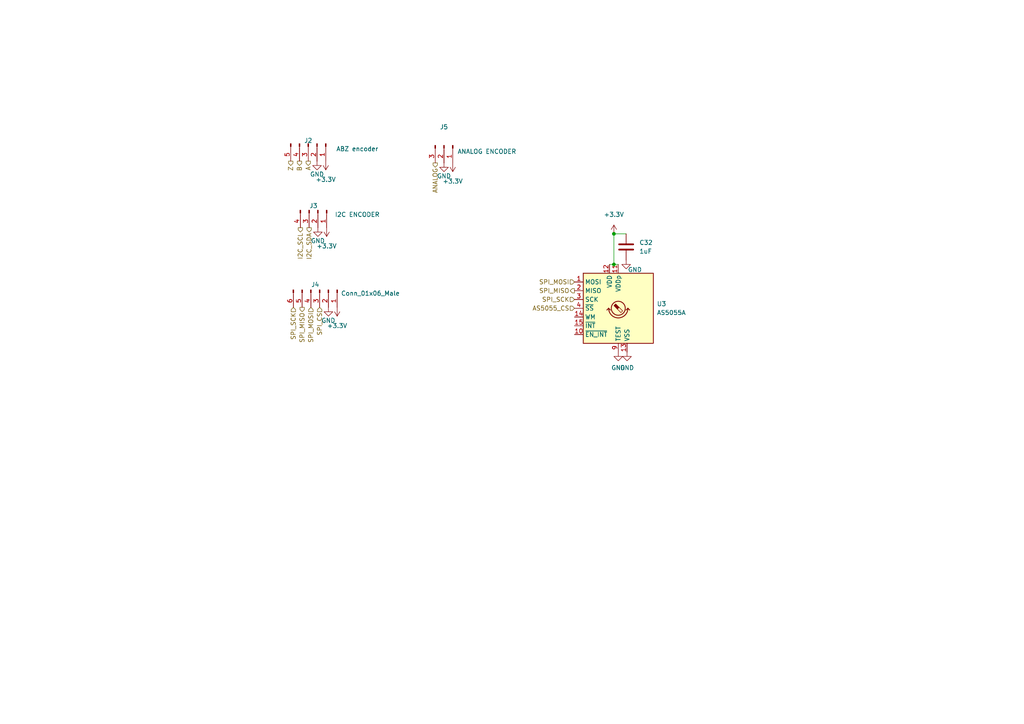
<source format=kicad_sch>
(kicad_sch (version 20211123) (generator eeschema)
  (paper "A4")
  (lib_symbols
    (symbol "Connector:Conn_01x03_Male" (pin_names (offset 1.016) hide)
      (property "Reference" "J" (at 0 5.08 0))
      (property "Value" "Conn_01x03_Male" (at 0 -5.08 0))
      (symbol "Conn_01x03_Male_1_1"
        (polyline (pts (xy 1.27 -2.54) (xy 0.8636 -2.54)) (stroke (width 0.1524)))
        (polyline (pts (xy 1.27 0) (xy 0.8636 0)) (stroke (width 0.1524)))
        (polyline (pts (xy 1.27 2.54) (xy 0.8636 2.54)) (stroke (width 0.1524)))
        (rectangle (start 0.8636 -2.413) (end 0 -2.667) (stroke (width 0.1524)) (fill (type outline)))
        (rectangle (start 0.8636 0.127) (end 0 -0.127) (stroke (width 0.1524)) (fill (type outline)))
        (rectangle (start 0.8636 2.667) (end 0 2.413) (stroke (width 0.1524)) (fill (type outline)))
        (pin passive line (at 5.08 2.54 180) (length 3.81) (name "Pin_1") (number "1"))
        (pin passive line (at 5.08 0 180) (length 3.81) (name "Pin_2") (number "2"))
        (pin passive line (at 5.08 -2.54 180) (length 3.81) (name "Pin_3") (number "3"))
      )
    )
    (symbol "Connector:Conn_01x04_Male" (pin_names (offset 1.016) hide)
      (property "Reference" "J" (at 0 5.08 0))
      (property "Value" "Conn_01x04_Male" (at 0 -7.62 0))
      (symbol "Conn_01x04_Male_1_1"
        (polyline (pts (xy 1.27 -5.08) (xy 0.8636 -5.08)) (stroke (width 0.1524)))
        (polyline (pts (xy 1.27 -2.54) (xy 0.8636 -2.54)) (stroke (width 0.1524)))
        (polyline (pts (xy 1.27 0) (xy 0.8636 0)) (stroke (width 0.1524)))
        (polyline (pts (xy 1.27 2.54) (xy 0.8636 2.54)) (stroke (width 0.1524)))
        (rectangle (start 0.8636 -4.953) (end 0 -5.207) (stroke (width 0.1524)) (fill (type outline)))
        (rectangle (start 0.8636 -2.413) (end 0 -2.667) (stroke (width 0.1524)) (fill (type outline)))
        (rectangle (start 0.8636 0.127) (end 0 -0.127) (stroke (width 0.1524)) (fill (type outline)))
        (rectangle (start 0.8636 2.667) (end 0 2.413) (stroke (width 0.1524)) (fill (type outline)))
        (pin passive line (at 5.08 2.54 180) (length 3.81) (name "Pin_1") (number "1"))
        (pin passive line (at 5.08 0 180) (length 3.81) (name "Pin_2") (number "2"))
        (pin passive line (at 5.08 -2.54 180) (length 3.81) (name "Pin_3") (number "3"))
        (pin passive line (at 5.08 -5.08 180) (length 3.81) (name "Pin_4") (number "4"))
      )
    )
    (symbol "Connector:Conn_01x05_Male" (pin_names (offset 1.016) hide)
      (property "Reference" "J" (at 0 7.62 0))
      (property "Value" "Conn_01x05_Male" (at 0 -7.62 0))
      (symbol "Conn_01x05_Male_1_1"
        (polyline (pts (xy 1.27 -5.08) (xy 0.8636 -5.08)) (stroke (width 0.1524)))
        (polyline (pts (xy 1.27 -2.54) (xy 0.8636 -2.54)) (stroke (width 0.1524)))
        (polyline (pts (xy 1.27 0) (xy 0.8636 0)) (stroke (width 0.1524)))
        (polyline (pts (xy 1.27 2.54) (xy 0.8636 2.54)) (stroke (width 0.1524)))
        (polyline (pts (xy 1.27 5.08) (xy 0.8636 5.08)) (stroke (width 0.1524)))
        (rectangle (start 0.8636 -4.953) (end 0 -5.207) (stroke (width 0.1524)) (fill (type outline)))
        (rectangle (start 0.8636 -2.413) (end 0 -2.667) (stroke (width 0.1524)) (fill (type outline)))
        (rectangle (start 0.8636 0.127) (end 0 -0.127) (stroke (width 0.1524)) (fill (type outline)))
        (rectangle (start 0.8636 2.667) (end 0 2.413) (stroke (width 0.1524)) (fill (type outline)))
        (rectangle (start 0.8636 5.207) (end 0 4.953) (stroke (width 0.1524)) (fill (type outline)))
        (pin passive line (at 5.08 5.08 180) (length 3.81) (name "Pin_1") (number "1"))
        (pin passive line (at 5.08 2.54 180) (length 3.81) (name "Pin_2") (number "2"))
        (pin passive line (at 5.08 0 180) (length 3.81) (name "Pin_3") (number "3"))
        (pin passive line (at 5.08 -2.54 180) (length 3.81) (name "Pin_4") (number "4"))
        (pin passive line (at 5.08 -5.08 180) (length 3.81) (name "Pin_5") (number "5"))
      )
    )
    (symbol "Connector:Conn_01x06_Male" (pin_names (offset 1.016) hide)
      (property "Reference" "J" (at 0 7.62 0))
      (property "Value" "Conn_01x06_Male" (at 0 -10.16 0))
      (symbol "Conn_01x06_Male_1_1"
        (polyline (pts (xy 1.27 -7.62) (xy 0.8636 -7.62)) (stroke (width 0.1524)))
        (polyline (pts (xy 1.27 -5.08) (xy 0.8636 -5.08)) (stroke (width 0.1524)))
        (polyline (pts (xy 1.27 -2.54) (xy 0.8636 -2.54)) (stroke (width 0.1524)))
        (polyline (pts (xy 1.27 0) (xy 0.8636 0)) (stroke (width 0.1524)))
        (polyline (pts (xy 1.27 2.54) (xy 0.8636 2.54)) (stroke (width 0.1524)))
        (polyline (pts (xy 1.27 5.08) (xy 0.8636 5.08)) (stroke (width 0.1524)))
        (rectangle (start 0.8636 -7.493) (end 0 -7.747) (stroke (width 0.1524)) (fill (type outline)))
        (rectangle (start 0.8636 -4.953) (end 0 -5.207) (stroke (width 0.1524)) (fill (type outline)))
        (rectangle (start 0.8636 -2.413) (end 0 -2.667) (stroke (width 0.1524)) (fill (type outline)))
        (rectangle (start 0.8636 0.127) (end 0 -0.127) (stroke (width 0.1524)) (fill (type outline)))
        (rectangle (start 0.8636 2.667) (end 0 2.413) (stroke (width 0.1524)) (fill (type outline)))
        (rectangle (start 0.8636 5.207) (end 0 4.953) (stroke (width 0.1524)) (fill (type outline)))
        (pin passive line (at 5.08 5.08 180) (length 3.81) (name "Pin_1") (number "1"))
        (pin passive line (at 5.08 2.54 180) (length 3.81) (name "Pin_2") (number "2"))
        (pin passive line (at 5.08 0 180) (length 3.81) (name "Pin_3") (number "3"))
        (pin passive line (at 5.08 -2.54 180) (length 3.81) (name "Pin_4") (number "4"))
        (pin passive line (at 5.08 -5.08 180) (length 3.81) (name "Pin_5") (number "5"))
        (pin passive line (at 5.08 -7.62 180) (length 3.81) (name "Pin_6") (number "6"))
      )
    )
    (symbol "Device:C" (pin_numbers hide) (pin_names (offset 0.254))
      (property "Reference" "C" (at 0.635 2.54 0))
      (property "Value" "C" (at 0.635 -2.54 0))
      (symbol "C_0_1"
        (polyline (pts (xy -2.032 -0.762) (xy 2.032 -0.762)) (stroke (width 0.508)))
        (polyline (pts (xy -2.032 0.762) (xy 2.032 0.762)) (stroke (width 0.508)))
      )
      (symbol "C_1_1"
        (pin passive line (at 0 3.81 270) (length 2.794) (name "~") (number "1"))
        (pin passive line (at 0 -3.81 90) (length 2.794) (name "~") (number "2"))
      )
    )
    (symbol "Sensor_Magnetic:AS5055A"
      (property "Reference" "U" (at -10.16 11.43 0))
      (property "Value" "AS5055A" (at 10.16 11.43 0))
      (symbol "AS5055A_0_1"
        (rectangle (start -10.16 10.16) (end 10.16 -10.16) (stroke (width 0.254)) (fill (type background)))
        (arc (start -2.794 0) (mid 0 -2.794) (end 2.794 0) (stroke (width 0.254)))
        (polyline (pts (xy -2.794 0) (xy -3.302 -0.508)) (stroke (width 0.254)))
        (polyline (pts (xy -2.794 0) (xy -2.286 -0.508)) (stroke (width 0.254)))
        (polyline (pts (xy 2.794 0) (xy 2.286 -0.508)) (stroke (width 0.254)))
        (polyline (pts (xy 2.794 0) (xy 3.302 -0.508)) (stroke (width 0.254)))
      )
      (symbol "AS5055A_1_1"
        (polyline (pts (xy 0.254 0.254) (xy 1.27 -0.762) (xy 0.762 -1.27) (xy -0.254 -0.254)))
        (polyline (pts (xy -0.762 1.27) (xy 0.254 0.254) (xy -0.254 -0.254) (xy -1.27 0.762) (xy -1.016 1.016) (xy -0.762 1.27) (xy -0.635 1.143)) (fill (type outline)))
        (circle (center 0 0) (radius 2.032) (stroke (width 0.254)))
        (pin input line (at -12.7 7.62 0) (length 2.54) (name "MOSI") (number "1"))
        (pin input line (at -12.7 -7.62 0) (length 2.54) (name "~{EN_INT}") (number "10"))
        (pin power_in line (at 0 12.7 270) (length 2.54) (name "VDDp") (number "11"))
        (pin power_in line (at -2.54 12.7 270) (length 2.54) (name "VDD") (number "12"))
        (pin power_in line (at 2.54 -12.7 90) (length 2.54) (name "VSS") (number "13"))
        (pin input line (at -12.7 -2.54 0) (length 2.54) (name "WM") (number "14"))
        (pin output line (at -12.7 -5.08 0) (length 2.54) (name "~{INT}") (number "15"))
        (pin no_connect line (at 5.08 -10.16 90) (length 2.54) hide (name "NC") (number "16"))
        (pin no_connect line (at 7.62 -10.16 90) (length 2.54) hide (name "NC") (number "17"))
        (pin output line (at -12.7 5.08 0) (length 2.54) (name "MISO") (number "2"))
        (pin input line (at -12.7 2.54 0) (length 2.54) (name "SCK") (number "3"))
        (pin input line (at -12.7 0 0) (length 2.54) (name "~{SS}") (number "4"))
        (pin no_connect line (at 10.16 7.62 180) (length 2.54) hide (name "NC") (number "5"))
        (pin no_connect line (at 10.16 5.08 180) (length 2.54) hide (name "NC") (number "6"))
        (pin no_connect line (at 10.16 2.54 180) (length 2.54) hide (name "NC") (number "7"))
        (pin no_connect line (at 10.16 0 180) (length 2.54) hide (name "NC") (number "8"))
        (pin passive line (at 0 -12.7 90) (length 2.54) (name "TEST") (number "9"))
      )
    )
    (symbol "power:+3.3V" (power) (pin_names (offset 0))
      (property "Value" "+3.3V" (at 0 3.556 0))
      (symbol "+3.3V_0_1"
        (polyline (pts (xy -0.762 1.27) (xy 0 2.54)))
        (polyline (pts (xy 0 0) (xy 0 2.54)))
        (polyline (pts (xy 0 2.54) (xy 0.762 1.27)))
      )
      (symbol "+3.3V_1_1"
        (pin power_in line (at 0 0 90) (length 0) hide (name "+3.3V") (number "1"))
      )
    )
    (symbol "power:GND" (power) (pin_names (offset 0))
      (property "Value" "GND" (at 0 -3.81 0))
      (symbol "GND_0_1"
        (polyline (pts (xy 0 0) (xy 0 -1.27) (xy 1.27 -1.27) (xy 0 -2.54) (xy -1.27 -1.27) (xy 0 -1.27)))
      )
      (symbol "GND_1_1"
        (pin power_in line (at 0 0 270) (length 0) hide (name "GND") (number "1"))
      )
    )
  )
  (junction (at 178.054 67.818))
  (junction (at 178.054 76.708))
  (wire (pts (xy 178.054 76.708) (xy 178.054 67.818)))
  (wire (pts (xy 176.784 76.708) (xy 178.054 76.708)))
  (wire (pts (xy 178.054 76.708) (xy 179.324 76.708)))
  (wire (pts (xy 178.054 67.818) (xy 181.61 67.818)))
  (hierarchical_label "SPI_MOSI" (shape input) (at 166.624 81.788 180))
  (hierarchical_label "SPI_MOSI" (shape input) (at 90.17 89.154 270))
  (hierarchical_label "SPI_SCK" (shape input) (at 166.624 86.868 180))
  (hierarchical_label "SPI_MISO" (shape output) (at 166.624 84.328 180))
  (hierarchical_label "ANALOG" (shape output) (at 126.238 47.244 270))
  (hierarchical_label "I2C_SCL" (shape output) (at 87.122 66.04 270))
  (hierarchical_label "B" (shape output) (at 86.868 46.736 270))
  (hierarchical_label "SPI_MISO" (shape output) (at 87.63 89.154 270))
  (hierarchical_label "A" (shape output) (at 89.408 46.736 270))
  (hierarchical_label "Z" (shape output) (at 84.328 46.736 270))
  (hierarchical_label "SPI_SCK" (shape input) (at 85.09 89.154 270))
  (hierarchical_label "I2C_SDA" (shape output) (at 89.662 66.04 270))
  (hierarchical_label "AS5055_CS" (shape input) (at 166.624 89.408 180))
  (hierarchical_label "SPI_CS" (shape input) (at 92.71 89.154 270))
  (symbol (lib_id "power:GND") (at 181.61 75.438 0) (unit 1)
    (property "Reference" "#PWR070" (effects hide))
    (property "Value" "GND" (at 184.15 78.232 0))
  )
  (symbol (lib_id "power:GND") (at 128.778 47.244 0) (unit 1)
    (property "Reference" "#PWR066" (effects hide))
    (property "Value" "GND" (at 128.778 51.054 0))
  )
  (symbol (lib_id "power:+3.3V") (at 94.742 66.04 180) (unit 1)
    (property "Reference" "#PWR063" (effects hide))
    (property "Value" "+3.3V" (at 94.742 71.374 0))
  )
  (symbol (lib_id "power:GND") (at 179.324 102.108 0) (unit 1)
    (property "Reference" "#PWR069" (effects hide))
    (property "Value" "GND" (at 179.324 106.68 0))
  )
  (symbol (lib_id "Connector:Conn_01x06_Male") (at 92.71 84.074 270) (unit 1)
    (property "Reference" "J4" (at 91.44 82.55 90))
    (property "Value" "Conn_01x06_Male" (at 107.442 85.09 90))
    (property "Footprint" "Connector_JST:JST_PH_B6B-PH-K_1x06_P2.00mm_Vertical" (effects hide))
  )
  (symbol (lib_id "Device:C") (at 181.61 71.628 0) (unit 1)
    (property "Reference" "C32" (at 185.42 70.3579 0) (effects (justify left)))
    (property "Value" "1uF" (at 185.42 72.8979 0) (effects (justify left)))
    (property "Footprint" "Capacitor_SMD:C_0402_1005Metric" (effects hide))
  )
  (symbol (lib_id "power:+3.3V") (at 97.79 89.154 180) (unit 1)
    (property "Reference" "#PWR065" (effects hide))
    (property "Value" "+3.3V" (at 97.79 94.488 0))
  )
  (symbol (lib_id "power:GND") (at 91.948 46.736 0) (unit 1)
    (property "Reference" "#PWR060" (effects hide))
    (property "Value" "GND" (at 91.948 50.546 0))
  )
  (symbol (lib_id "power:GND") (at 181.864 102.108 0) (unit 1)
    (property "Reference" "#PWR071" (effects hide))
    (property "Value" "GND" (at 181.864 106.68 0))
  )
  (symbol (lib_id "power:GND") (at 92.202 66.04 0) (unit 1)
    (property "Reference" "#PWR061" (effects hide))
    (property "Value" "GND" (at 92.202 69.85 0))
  )
  (symbol (lib_id "Sensor_Magnetic:AS5055A") (at 179.324 89.408 0) (unit 1)
    (property "Reference" "U3" (at 190.5 88.1379 0) (effects (justify left)))
    (property "Value" "AS5055A" (at 190.5 90.6779 0) (effects (justify left)))
    (property "Footprint" "Package_DFN_QFN:QFN-16-1EP_4x4mm_P0.65mm_EP2.7x2.7mm_PullBack" (effects hide))
    (property "Datasheet" "https://ams.com/documents/20143/36005/AS5055A_DS000304_2-00.pdf" (effects hide))
  )
  (symbol (lib_id "Connector:Conn_01x04_Male") (at 92.202 60.96 270) (unit 1)
    (property "Reference" "J3" (at 90.932 59.69 90))
    (property "Value" "I2C ENCODER" (at 103.632 62.23 90))
    (property "Footprint" "Connector_JST:JST_PH_B4B-PH-K_1x04_P2.00mm_Vertical" (effects hide))
  )
  (symbol (lib_id "power:+3.3V") (at 94.488 46.736 180) (unit 1)
    (property "Reference" "#PWR062" (effects hide))
    (property "Value" "+3.3V" (at 94.488 52.07 0))
  )
  (symbol (lib_id "Connector:Conn_01x05_Male") (at 89.408 41.656 270) (unit 1)
    (property "Reference" "J2" (at 89.408 40.767 90))
    (property "Value" "ABZ encoder" (at 103.632 43.18 90))
    (property "Footprint" "Connector_JST:JST_PH_B5B-PH-K_1x05_P2.00mm_Vertical" (effects hide))
  )
  (symbol (lib_id "power:+3.3V") (at 131.318 47.244 180) (unit 1)
    (property "Reference" "#PWR067" (effects hide))
    (property "Value" "+3.3V" (at 131.318 52.578 0))
  )
  (symbol (lib_id "power:GND") (at 95.25 89.154 0) (unit 1)
    (property "Reference" "#PWR064" (effects hide))
    (property "Value" "GND" (at 95.25 92.964 0))
  )
  (symbol (lib_id "Connector:Conn_01x03_Male") (at 128.778 42.164 270) (unit 1)
    (property "Reference" "J5" (at 128.778 36.83 90))
    (property "Value" "ANALOG ENCODER" (at 141.224 43.942 90))
    (property "Footprint" "Connector_JST:JST_PH_B3B-PH-K_1x03_P2.00mm_Vertical" (effects hide))
  )
  (symbol (lib_id "power:+3.3V") (at 178.054 67.818 0) (unit 1)
    (property "Reference" "#PWR068" (effects hide))
    (property "Value" "+3.3V" (at 178.054 62.23 0))
  )
)
</source>
